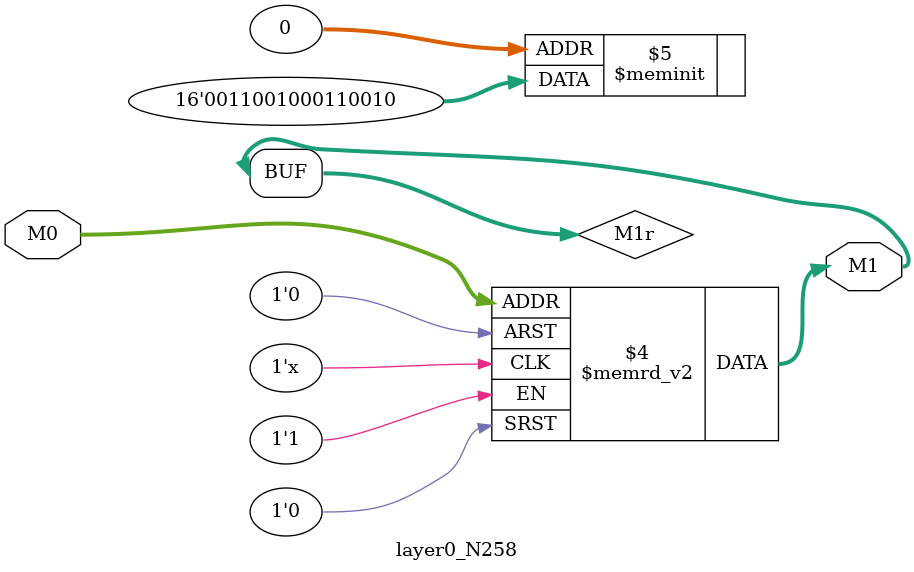
<source format=v>
module layer0_N258 ( input [2:0] M0, output [1:0] M1 );

	(*rom_style = "distributed" *) reg [1:0] M1r;
	assign M1 = M1r;
	always @ (M0) begin
		case (M0)
			3'b000: M1r = 2'b10;
			3'b100: M1r = 2'b10;
			3'b010: M1r = 2'b11;
			3'b110: M1r = 2'b11;
			3'b001: M1r = 2'b00;
			3'b101: M1r = 2'b00;
			3'b011: M1r = 2'b00;
			3'b111: M1r = 2'b00;

		endcase
	end
endmodule

</source>
